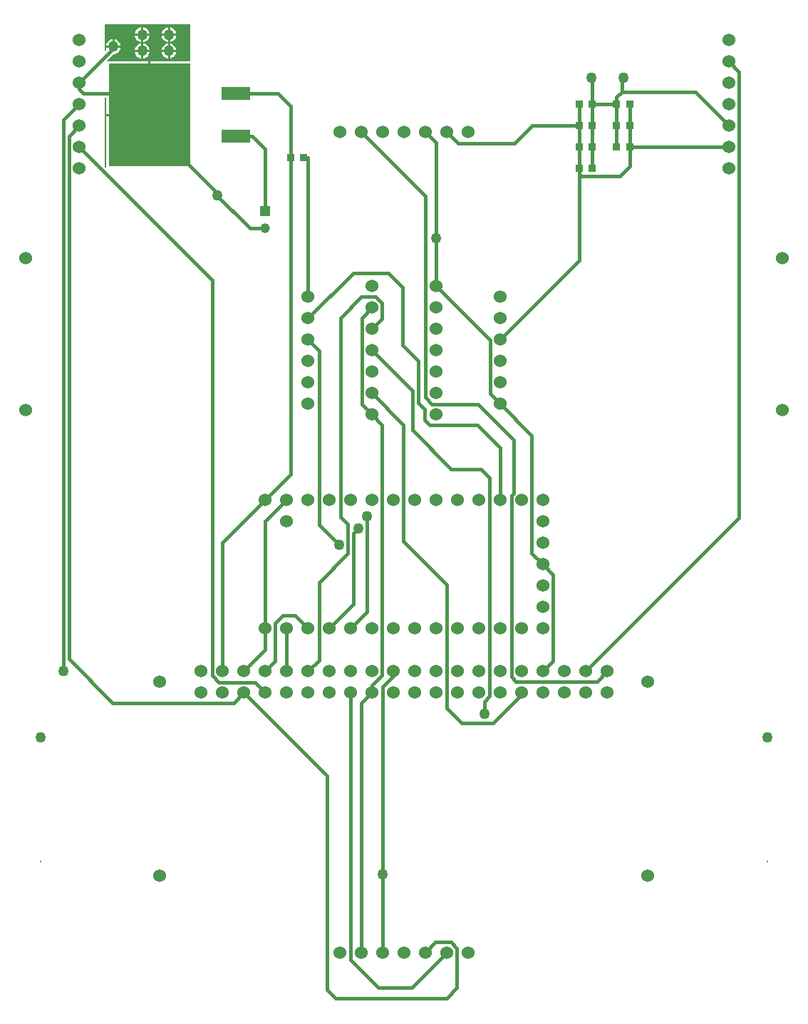
<source format=gbr>
G04*
G04 #@! TF.GenerationSoftware,Altium Limited,Altium Designer,23.2.1 (34)*
G04*
G04 Layer_Physical_Order=1*
G04 Layer_Color=255*
%FSLAX25Y25*%
%MOIN*%
G70*
G04*
G04 #@! TF.SameCoordinates,44C20E60-2C31-4A65-8039-A08327F752B7*
G04*
G04*
G04 #@! TF.FilePolarity,Positive*
G04*
G01*
G75*
%ADD15R,0.38386X0.48031*%
%ADD16R,0.13780X0.06299*%
%ADD17R,0.03504X0.03661*%
%ADD26C,0.01500*%
%ADD27C,0.06000*%
%ADD28C,0.04528*%
%ADD29R,0.04528X0.04528*%
%ADD30C,0.05000*%
%ADD31C,0.01000*%
G36*
X-100000Y464937D02*
X-118520D01*
Y439921D01*
X-119020D01*
Y439421D01*
X-139213D01*
Y415536D01*
X-139669Y415337D01*
X-140000Y415601D01*
Y448116D01*
X-139213D01*
Y440421D01*
X-119520D01*
Y464937D01*
X-138833D01*
X-139040Y465437D01*
X-135977Y468500D01*
X-135539D01*
X-134649Y468739D01*
X-133851Y469199D01*
X-133199Y469851D01*
X-132738Y470649D01*
X-132510Y471500D01*
X-139489D01*
X-139261Y470649D01*
X-139120Y470404D01*
X-139538Y469985D01*
X-140000Y470177D01*
Y482500D01*
X-100000D01*
Y464937D01*
D02*
G37*
%LPC*%
G36*
X-109500Y480990D02*
Y478000D01*
X-106510D01*
X-106738Y478851D01*
X-107199Y479649D01*
X-107851Y480301D01*
X-108649Y480761D01*
X-109500Y480990D01*
D02*
G37*
G36*
X-110500D02*
X-111351Y480761D01*
X-112149Y480301D01*
X-112801Y479649D01*
X-113261Y478851D01*
X-113489Y478000D01*
X-110500D01*
Y480990D01*
D02*
G37*
G36*
X-122000D02*
Y478000D01*
X-119010D01*
X-119238Y478851D01*
X-119699Y479649D01*
X-120351Y480301D01*
X-121149Y480761D01*
X-122000Y480990D01*
D02*
G37*
G36*
X-123000D02*
X-123851Y480761D01*
X-124649Y480301D01*
X-125301Y479649D01*
X-125761Y478851D01*
X-125989Y478000D01*
X-123000D01*
Y480990D01*
D02*
G37*
G36*
X-106510Y477000D02*
X-109500D01*
Y474011D01*
X-108649Y474238D01*
X-107851Y474699D01*
X-107199Y475351D01*
X-106738Y476149D01*
X-106510Y477000D01*
D02*
G37*
G36*
X-110500D02*
X-113489D01*
X-113261Y476149D01*
X-112801Y475351D01*
X-112149Y474699D01*
X-111351Y474238D01*
X-110500Y474011D01*
Y477000D01*
D02*
G37*
G36*
X-119010D02*
X-122000D01*
Y474011D01*
X-121149Y474238D01*
X-120351Y474699D01*
X-119699Y475351D01*
X-119238Y476149D01*
X-119010Y477000D01*
D02*
G37*
G36*
X-123000D02*
X-125989D01*
X-125761Y476149D01*
X-125301Y475351D01*
X-124649Y474699D01*
X-123851Y474238D01*
X-123000Y474011D01*
Y477000D01*
D02*
G37*
G36*
X-135500Y475490D02*
Y472500D01*
X-132510D01*
X-132738Y473351D01*
X-133199Y474149D01*
X-133851Y474801D01*
X-134649Y475261D01*
X-135500Y475490D01*
D02*
G37*
G36*
X-136500D02*
X-137351Y475261D01*
X-138149Y474801D01*
X-138801Y474149D01*
X-139261Y473351D01*
X-139489Y472500D01*
X-136500D01*
Y475490D01*
D02*
G37*
G36*
X-109500Y473490D02*
Y470500D01*
X-106510D01*
X-106738Y471351D01*
X-107199Y472149D01*
X-107851Y472801D01*
X-108649Y473261D01*
X-109500Y473490D01*
D02*
G37*
G36*
X-110500D02*
X-111351Y473261D01*
X-112149Y472801D01*
X-112801Y472149D01*
X-113261Y471351D01*
X-113489Y470500D01*
X-110500D01*
Y473490D01*
D02*
G37*
G36*
X-122000D02*
Y470500D01*
X-119010D01*
X-119238Y471351D01*
X-119699Y472149D01*
X-120351Y472801D01*
X-121149Y473261D01*
X-122000Y473490D01*
D02*
G37*
G36*
X-123000D02*
X-123851Y473261D01*
X-124649Y472801D01*
X-125301Y472149D01*
X-125761Y471351D01*
X-125989Y470500D01*
X-123000D01*
Y473490D01*
D02*
G37*
G36*
X-106510Y469500D02*
X-109500D01*
Y466510D01*
X-108649Y466739D01*
X-107851Y467199D01*
X-107199Y467851D01*
X-106738Y468649D01*
X-106510Y469500D01*
D02*
G37*
G36*
X-110500D02*
X-113489D01*
X-113261Y468649D01*
X-112801Y467851D01*
X-112149Y467199D01*
X-111351Y466739D01*
X-110500Y466510D01*
Y469500D01*
D02*
G37*
G36*
X-119010D02*
X-122000D01*
Y466510D01*
X-121149Y466739D01*
X-120351Y467199D01*
X-119699Y467851D01*
X-119238Y468649D01*
X-119010Y469500D01*
D02*
G37*
G36*
X-123000D02*
X-125989D01*
X-125761Y468649D01*
X-125301Y467851D01*
X-124649Y467199D01*
X-123851Y466739D01*
X-123000Y466510D01*
Y469500D01*
D02*
G37*
%LPD*%
D15*
X-119020Y439921D02*
D03*
D16*
X-78567Y449921D02*
D03*
Y429921D02*
D03*
D17*
X81969Y415000D02*
D03*
X88032D02*
D03*
X-53031Y420000D02*
D03*
X-46968D02*
D03*
X105532Y425000D02*
D03*
X99469D02*
D03*
X105532Y445000D02*
D03*
X99469D02*
D03*
X81969Y425000D02*
D03*
X88032D02*
D03*
X81969Y445000D02*
D03*
X88032D02*
D03*
X99469Y435000D02*
D03*
X105532D02*
D03*
X81969D02*
D03*
X88032D02*
D03*
D26*
X37500Y160000D02*
Y165782D01*
X40000Y168282D02*
Y270500D01*
X37500Y165782D02*
X40000Y168282D01*
X20000Y162700D02*
X26950Y155750D01*
X55000Y168990D02*
Y170000D01*
X41760Y155750D02*
X55000Y168990D01*
X26950Y155750D02*
X41760D01*
X36000Y274500D02*
X40000Y270500D01*
X-17500Y252500D02*
X-17250Y252250D01*
Y207750D02*
Y252250D01*
X-119020Y435098D02*
X-88170Y404249D01*
Y403170D02*
Y404249D01*
Y403170D02*
X-72098Y387098D01*
X-65000D01*
X-119020Y435098D02*
Y449900D01*
X102000Y450769D02*
Y457000D01*
X102500Y457500D01*
X87500D02*
X88032Y456968D01*
Y445000D02*
Y456968D01*
X-136000Y471000D02*
Y472000D01*
X-152000Y455000D02*
X-136000Y471000D01*
X-152001Y455000D02*
X-152000D01*
X52279Y175200D02*
X90200D01*
X51400Y263118D02*
Y288100D01*
X34700Y304800D02*
X51400Y288100D01*
X50250Y261967D02*
X51400Y263118D01*
X50250Y177229D02*
Y261967D01*
Y177229D02*
X52279Y175200D01*
X59800Y235200D02*
X65000Y230000D01*
X59800Y235200D02*
Y290200D01*
X45000Y305000D02*
X59800Y290200D01*
X65000Y230000D02*
X69800Y225200D01*
X-19800Y304800D02*
X-15000Y300000D01*
Y310000D02*
X-200Y295200D01*
Y240600D02*
Y295200D01*
Y240600D02*
X20000Y220400D01*
X-19800Y304800D02*
Y345200D01*
X20000Y162700D02*
Y220400D01*
X-19800Y345200D02*
X-15000Y350000D01*
Y300000D02*
X-10200Y295200D01*
Y178050D02*
Y295200D01*
X-15000Y170000D02*
Y173250D01*
X-10200Y178050D01*
X105532Y425000D02*
X152000D01*
X105532Y435000D02*
Y445000D01*
Y425000D02*
Y435000D01*
X99469D02*
Y445000D01*
Y425000D02*
Y435000D01*
X88032Y445000D02*
X99469D01*
X88032Y435000D02*
Y445000D01*
Y425000D02*
Y435000D01*
Y415000D02*
Y425000D01*
X81969Y435000D02*
Y445000D01*
Y425000D02*
Y435000D01*
Y415000D02*
Y425000D01*
Y371969D02*
Y412431D01*
X-150000Y449900D02*
X-119020D01*
X-45000Y355000D02*
Y420000D01*
X-20000Y48500D02*
Y165000D01*
X-15000Y170000D01*
X60000Y435000D02*
X81969D01*
X51800Y426800D02*
X60000Y435000D01*
X25200Y426800D02*
X51800D01*
X20000Y432000D02*
X25200Y426800D01*
X-45000Y180000D02*
X-39800Y185200D01*
Y221400D01*
X-26250Y234950D01*
Y248579D01*
X-29800Y252129D02*
X-26250Y248579D01*
X-29800Y252129D02*
Y345200D01*
X-20000Y355000D01*
X-13200D01*
X-10200Y352000D01*
Y344800D02*
Y352000D01*
X-15000Y340000D02*
X-10200Y344800D01*
X22000Y274500D02*
X36000D01*
X3950Y292550D02*
X22000Y274500D01*
X3950Y292550D02*
Y311050D01*
X-15000Y330000D02*
X3950Y311050D01*
X-65000Y200000D02*
Y250000D01*
X-55000Y260000D01*
X90200Y175200D02*
X95000Y180000D01*
X12950Y304800D02*
X34700D01*
X9850Y307900D02*
X12950Y304800D01*
X9850Y307900D02*
Y402150D01*
X-20000Y432000D02*
X9850Y402150D01*
X-25000Y200000D02*
X-17250Y207750D01*
X-23744Y244456D02*
X-21500Y246700D01*
X-23744Y211256D02*
Y244456D01*
X-35000Y200000D02*
X-23744Y211256D01*
X-39800Y248500D02*
X-30500Y239200D01*
X-39800Y248500D02*
Y329800D01*
X-45000Y335000D02*
X-39800Y329800D01*
X-75000Y170000D02*
X-36000Y131000D01*
Y31200D02*
Y131000D01*
Y31200D02*
X-32000Y27200D01*
X20000D01*
X24800Y32000D01*
Y50500D01*
X22000Y53300D02*
X24800Y50500D01*
X14800Y53300D02*
X22000D01*
X10000Y48500D02*
X14800Y53300D01*
X-78567Y429921D02*
X-70921D01*
X-65000Y424000D01*
Y395000D02*
Y424000D01*
X45000Y260000D02*
Y284500D01*
X34300Y295200D02*
X45000Y284500D01*
X12000Y295200D02*
X34300D01*
X9800Y297400D02*
X12000Y295200D01*
X9800Y297400D02*
Y302300D01*
X6700Y305400D02*
X9800Y302300D01*
X6700Y305400D02*
Y324900D01*
X-700Y332300D02*
X6700Y324900D01*
X-700Y332300D02*
Y359500D01*
X-7400Y366200D02*
X-700Y359500D01*
X-23800Y366200D02*
X-7400D01*
X-45000Y345000D02*
X-23800Y366200D01*
X3500Y32000D02*
X20000Y48500D01*
X-11900Y32000D02*
X3500D01*
X-25000Y45100D02*
X-11900Y32000D01*
X-25000Y45100D02*
Y170000D01*
X15000Y360000D02*
Y427000D01*
X10000Y432000D02*
X15000Y427000D01*
X-46968Y420000D02*
X-45000D01*
X81969Y412431D02*
Y415000D01*
Y412431D02*
X83000Y411400D01*
X100932D01*
X105532Y416000D01*
Y425000D01*
X99469Y445000D02*
Y448237D01*
X102000Y450769D01*
X136231D01*
X152000Y435000D01*
X-159300Y179900D02*
Y437701D01*
X-152001Y445000D01*
X-79800Y165200D02*
X-75000Y170000D01*
X-136300Y165200D02*
X-79800D01*
X-156800Y185700D02*
X-136300Y165200D01*
X-156800Y185700D02*
Y430201D01*
X-152001Y435000D01*
X-69800Y174800D02*
X-65000Y170000D01*
X-86600Y174800D02*
X-69800D01*
X-89800Y178000D02*
X-86600Y174800D01*
X-89800Y178000D02*
Y362799D01*
X-152001Y425000D02*
X-89800Y362799D01*
X152000Y465000D02*
X156800Y460200D01*
Y251800D02*
Y460200D01*
X85000Y180000D02*
X156800Y251800D01*
X40200Y309800D02*
X45000Y305000D01*
X40200Y309800D02*
Y334800D01*
X15000Y360000D02*
X40200Y334800D01*
X-75000Y180000D02*
X-65000Y190000D01*
Y200000D01*
X-51000Y206000D02*
X-45000Y200000D01*
X-56600Y206000D02*
X-51000D01*
X-60200Y202400D02*
X-56600Y206000D01*
X-60200Y184800D02*
Y202400D01*
X-65000Y180000D02*
X-60200Y184800D01*
X-78567Y449921D02*
X-58953D01*
X-53031Y444000D01*
Y420000D02*
Y444000D01*
X45000Y335000D02*
X81969Y371969D01*
X-152001Y451901D02*
Y455000D01*
Y451901D02*
X-150000Y449900D01*
X-85000Y180000D02*
Y240000D01*
X-65000Y260000D01*
X-53031Y271969D01*
Y420000D01*
X-10000Y48500D02*
Y172600D01*
X-5000Y177600D01*
Y180000D01*
X69800Y184800D02*
Y225200D01*
X65000Y180000D02*
X69800Y184800D01*
X-55000Y180000D02*
Y200000D01*
D27*
X-152001Y415000D02*
D03*
Y425000D02*
D03*
Y435000D02*
D03*
Y445000D02*
D03*
Y455000D02*
D03*
Y465000D02*
D03*
Y475000D02*
D03*
X65000Y250000D02*
D03*
Y240000D02*
D03*
Y230000D02*
D03*
Y220000D02*
D03*
Y210000D02*
D03*
X-55000Y260000D02*
D03*
X-65000D02*
D03*
X-35000D02*
D03*
X-45000D02*
D03*
X-15000D02*
D03*
X-25000D02*
D03*
X5000D02*
D03*
X-5000D02*
D03*
X25000D02*
D03*
X15000D02*
D03*
X45000D02*
D03*
X35000D02*
D03*
X65000D02*
D03*
X55000D02*
D03*
X-55000Y200000D02*
D03*
X-65000D02*
D03*
X-35000D02*
D03*
X-45000D02*
D03*
X-15000D02*
D03*
X-25000D02*
D03*
X5000D02*
D03*
X-5000D02*
D03*
X25000D02*
D03*
X15000D02*
D03*
X45000D02*
D03*
X35000D02*
D03*
X65000D02*
D03*
X55000D02*
D03*
X-55000Y250000D02*
D03*
X-114193Y174980D02*
D03*
X114154D02*
D03*
X-114193Y84429D02*
D03*
X-95000Y180000D02*
D03*
Y170000D02*
D03*
X-85000Y180000D02*
D03*
Y170000D02*
D03*
X-75000Y180000D02*
D03*
Y170000D02*
D03*
X-65000Y180000D02*
D03*
Y170000D02*
D03*
X-55000Y180000D02*
D03*
Y170000D02*
D03*
X-45000Y180000D02*
D03*
Y170000D02*
D03*
X-35000Y180000D02*
D03*
Y170000D02*
D03*
X-25000Y180000D02*
D03*
Y170000D02*
D03*
X-15000Y180000D02*
D03*
Y170000D02*
D03*
X-5000Y180000D02*
D03*
Y170000D02*
D03*
X5000Y180000D02*
D03*
Y170000D02*
D03*
X15000Y180000D02*
D03*
Y170000D02*
D03*
X25000Y180000D02*
D03*
Y170000D02*
D03*
X35000Y180000D02*
D03*
Y170000D02*
D03*
X45000Y180000D02*
D03*
Y170000D02*
D03*
X55000Y180000D02*
D03*
Y170000D02*
D03*
X65000Y180000D02*
D03*
Y170000D02*
D03*
X75000Y180000D02*
D03*
Y170000D02*
D03*
X85000Y180000D02*
D03*
Y170000D02*
D03*
X95000Y180000D02*
D03*
Y170000D02*
D03*
X114154Y84429D02*
D03*
X-177000Y373000D02*
D03*
Y302000D02*
D03*
X-15000Y360000D02*
D03*
X15000D02*
D03*
X-15000Y350000D02*
D03*
X15000D02*
D03*
X-15000Y340000D02*
D03*
X15000D02*
D03*
X-15000Y330000D02*
D03*
X15000D02*
D03*
X-15000Y320000D02*
D03*
X15000D02*
D03*
X-15000Y310000D02*
D03*
X15000D02*
D03*
X-15000Y300000D02*
D03*
X15000D02*
D03*
X-45000Y325000D02*
D03*
Y315000D02*
D03*
Y305000D02*
D03*
Y345000D02*
D03*
Y335000D02*
D03*
Y355000D02*
D03*
X177000Y302000D02*
D03*
Y373000D02*
D03*
X30000Y48500D02*
D03*
X20000D02*
D03*
X10000D02*
D03*
X0D02*
D03*
X-10000D02*
D03*
X-20000D02*
D03*
X-30000D02*
D03*
Y432000D02*
D03*
X-20000D02*
D03*
X-10000D02*
D03*
X0D02*
D03*
X10000D02*
D03*
X20000D02*
D03*
X30000D02*
D03*
X152000Y475000D02*
D03*
Y465000D02*
D03*
Y455000D02*
D03*
Y445000D02*
D03*
Y435000D02*
D03*
Y425000D02*
D03*
Y415000D02*
D03*
X45000Y335000D02*
D03*
Y345000D02*
D03*
Y355000D02*
D03*
Y315000D02*
D03*
Y325000D02*
D03*
Y305000D02*
D03*
D28*
X-65000Y387098D02*
D03*
D29*
Y395000D02*
D03*
D30*
X170000Y149000D02*
D03*
X-170000D02*
D03*
X37500Y160000D02*
D03*
X-17500Y252500D02*
D03*
X-110000Y477500D02*
D03*
Y470000D02*
D03*
X-122500D02*
D03*
Y477500D02*
D03*
X-10000Y85000D02*
D03*
X-87500Y402500D02*
D03*
X15000Y382500D02*
D03*
X102500Y457500D02*
D03*
X87500D02*
D03*
X-136000Y472000D02*
D03*
X-21500Y246700D02*
D03*
X-30500Y239200D02*
D03*
X-159300Y179900D02*
D03*
D31*
X170000Y91000D02*
D03*
X-170000D02*
D03*
M02*

</source>
